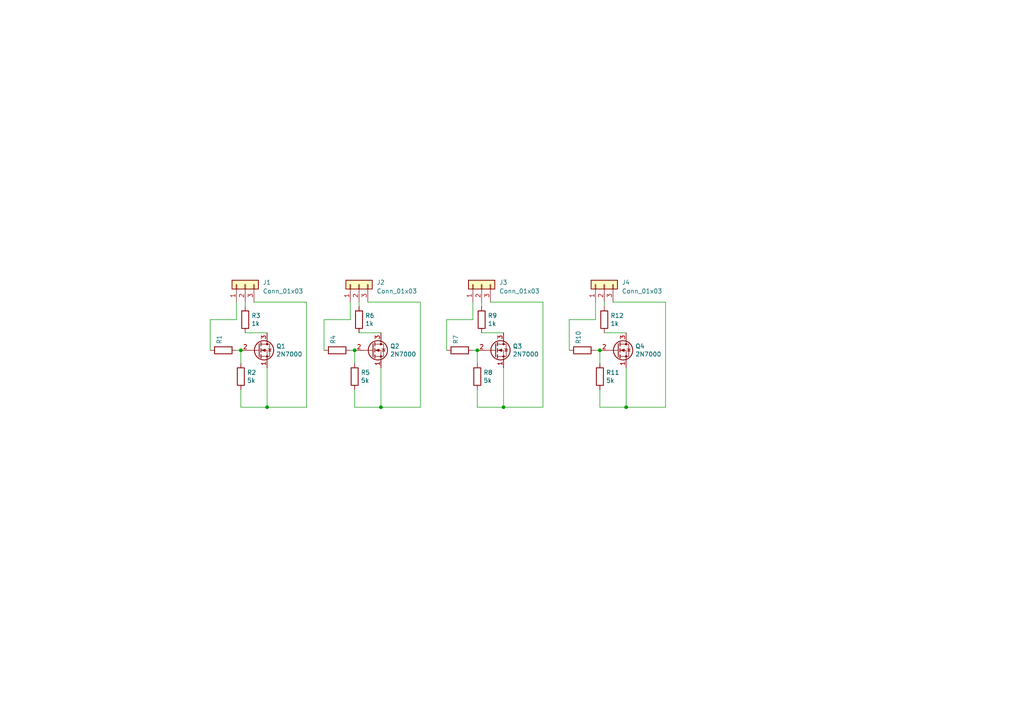
<source format=kicad_sch>
(kicad_sch (version 20230121) (generator eeschema)
  (paper "A4")
  (lib_symbols
    (symbol "Connector_Generic:Conn_01x03" (pin_names (offset 1.016) hide)
      (property "Reference" "J" (at 0 5.08 0))
      (property "Value" "Conn_01x03" (at 0 -5.08 0))
      (symbol "Conn_01x03_1_1"
        (rectangle (start -1.27 -2.413) (end 0 -2.667) (stroke (width 0.1524)))
        (rectangle (start -1.27 0.127) (end 0 -0.127) (stroke (width 0.1524)))
        (rectangle (start -1.27 2.667) (end 0 2.413) (stroke (width 0.1524)))
        (rectangle (start -1.27 3.81) (end 1.27 -3.81) (stroke (width 0.254)) (fill (type background)))
        (pin passive line (at -5.08 2.54 0) (length 3.81) (name "Pin_1") (number "1"))
        (pin passive line (at -5.08 0 0) (length 3.81) (name "Pin_2") (number "2"))
        (pin passive line (at -5.08 -2.54 0) (length 3.81) (name "Pin_3") (number "3"))
      )
    )
    (symbol "Device:R" (pin_numbers hide) (pin_names (offset 0))
      (property "Reference" "R" (at 2.032 0 90))
      (property "Value" "R" (at 0 0 90))
      (symbol "R_0_1"
        (rectangle (start -1.016 -2.54) (end 1.016 2.54) (stroke (width 0.254)))
      )
      (symbol "R_1_1"
        (pin passive line (at 0 3.81 270) (length 1.27) (name "~") (number "1"))
        (pin passive line (at 0 -3.81 90) (length 1.27) (name "~") (number "2"))
      )
    )
    (symbol "Transistor_FET:2N7000" (pin_names hide)
      (property "Reference" "Q" (at 5.08 1.905 0))
      (property "Value" "2N7000" (at 5.08 0 0))
      (symbol "2N7000_0_1"
        (polyline (pts (xy 0.254 0) (xy -2.54 0)))
        (polyline (pts (xy 0.254 1.905) (xy 0.254 -1.905)) (stroke (width 0.254)))
        (polyline (pts (xy 0.762 -1.27) (xy 0.762 -2.286)) (stroke (width 0.254)))
        (polyline (pts (xy 0.762 0.508) (xy 0.762 -0.508)) (stroke (width 0.254)))
        (polyline (pts (xy 0.762 2.286) (xy 0.762 1.27)) (stroke (width 0.254)))
        (polyline (pts (xy 2.54 2.54) (xy 2.54 1.778)))
        (polyline (pts (xy 2.54 -2.54) (xy 2.54 0) (xy 0.762 0)))
        (polyline (pts (xy 0.762 -1.778) (xy 3.302 -1.778) (xy 3.302 1.778) (xy 0.762 1.778)))
        (polyline (pts (xy 1.016 0) (xy 2.032 0.381) (xy 2.032 -0.381) (xy 1.016 0)) (fill (type outline)))
        (polyline (pts (xy 2.794 0.508) (xy 2.921 0.381) (xy 3.683 0.381) (xy 3.81 0.254)))
        (polyline (pts (xy 3.302 0.381) (xy 2.921 -0.254) (xy 3.683 -0.254) (xy 3.302 0.381)))
        (circle (center 1.651 0) (radius 2.794) (stroke (width 0.254)))
        (circle (center 2.54 -1.778) (radius 0.254) (fill (type outline)))
        (circle (center 2.54 1.778) (radius 0.254) (fill (type outline)))
      )
      (symbol "2N7000_1_1"
        (pin passive line (at 2.54 -5.08 90) (length 2.54) (name "S") (number "1"))
        (pin input line (at -5.08 0 0) (length 2.54) (name "G") (number "2"))
        (pin passive line (at 2.54 5.08 270) (length 2.54) (name "D") (number "3"))
      )
    )
  )
  (junction (at 146.05 118.11))
  (junction (at 110.49 118.11))
  (junction (at 138.43 101.6))
  (junction (at 102.87 101.6))
  (junction (at 77.47 118.11))
  (junction (at 173.99 101.6))
  (junction (at 181.61 118.11))
  (junction (at 69.85 101.6))
  (wire (pts (xy 138.43 105.41) (xy 138.43 101.6)))
  (wire (pts (xy 60.96 92.71) (xy 60.96 101.6)))
  (wire (pts (xy 101.6 92.71) (xy 93.98 92.71)))
  (wire (pts (xy 68.58 92.71) (xy 60.96 92.71)))
  (wire (pts (xy 71.12 96.52) (xy 77.47 96.52)))
  (wire (pts (xy 102.87 118.11) (xy 110.49 118.11)))
  (wire (pts (xy 138.43 118.11) (xy 146.05 118.11)))
  (wire (pts (xy 177.8 87.63) (xy 193.04 87.63)))
  (wire (pts (xy 110.49 106.68) (xy 110.49 118.11)))
  (wire (pts (xy 71.12 87.63) (xy 71.12 88.9)))
  (wire (pts (xy 137.16 92.71) (xy 129.54 92.71)))
  (wire (pts (xy 138.43 113.03) (xy 138.43 118.11)))
  (wire (pts (xy 104.14 96.52) (xy 110.49 96.52)))
  (wire (pts (xy 69.85 113.03) (xy 69.85 118.11)))
  (wire (pts (xy 101.6 101.6) (xy 102.87 101.6)))
  (wire (pts (xy 106.68 87.63) (xy 121.92 87.63)))
  (wire (pts (xy 88.9 87.63) (xy 88.9 118.11)))
  (wire (pts (xy 172.72 87.63) (xy 172.72 92.71)))
  (wire (pts (xy 137.16 101.6) (xy 138.43 101.6)))
  (wire (pts (xy 139.7 96.52) (xy 146.05 96.52)))
  (wire (pts (xy 139.7 87.63) (xy 139.7 88.9)))
  (wire (pts (xy 175.26 87.63) (xy 175.26 88.9)))
  (wire (pts (xy 69.85 118.11) (xy 77.47 118.11)))
  (wire (pts (xy 101.6 87.63) (xy 101.6 92.71)))
  (wire (pts (xy 172.72 101.6) (xy 173.99 101.6)))
  (wire (pts (xy 181.61 106.68) (xy 181.61 118.11)))
  (wire (pts (xy 77.47 106.68) (xy 77.47 118.11)))
  (wire (pts (xy 93.98 92.71) (xy 93.98 101.6)))
  (wire (pts (xy 146.05 106.68) (xy 146.05 118.11)))
  (wire (pts (xy 172.72 92.71) (xy 165.1 92.71)))
  (wire (pts (xy 173.99 105.41) (xy 173.99 101.6)))
  (wire (pts (xy 121.92 118.11) (xy 110.49 118.11)))
  (wire (pts (xy 121.92 87.63) (xy 121.92 118.11)))
  (wire (pts (xy 104.14 87.63) (xy 104.14 88.9)))
  (wire (pts (xy 68.58 87.63) (xy 68.58 92.71)))
  (wire (pts (xy 88.9 118.11) (xy 77.47 118.11)))
  (wire (pts (xy 157.48 118.11) (xy 146.05 118.11)))
  (wire (pts (xy 68.58 101.6) (xy 69.85 101.6)))
  (wire (pts (xy 137.16 87.63) (xy 137.16 92.71)))
  (wire (pts (xy 142.24 87.63) (xy 157.48 87.63)))
  (wire (pts (xy 165.1 92.71) (xy 165.1 101.6)))
  (wire (pts (xy 173.99 118.11) (xy 181.61 118.11)))
  (wire (pts (xy 173.99 113.03) (xy 173.99 118.11)))
  (wire (pts (xy 193.04 118.11) (xy 181.61 118.11)))
  (wire (pts (xy 129.54 92.71) (xy 129.54 101.6)))
  (wire (pts (xy 193.04 87.63) (xy 193.04 118.11)))
  (wire (pts (xy 102.87 105.41) (xy 102.87 101.6)))
  (wire (pts (xy 175.26 96.52) (xy 181.61 96.52)))
  (wire (pts (xy 157.48 87.63) (xy 157.48 118.11)))
  (wire (pts (xy 73.66 87.63) (xy 88.9 87.63)))
  (wire (pts (xy 69.85 105.41) (xy 69.85 101.6)))
  (wire (pts (xy 102.87 113.03) (xy 102.87 118.11)))
  (symbol (lib_id "Device:R") (at 133.35 101.6 90) (unit 1)
    (property "Reference" "R7" (at 132.1816 99.822 0) (effects (justify left)))
    (property "Value" "470" (effects hide))
    (property "Footprint" "Resistor_THT:R_Axial_DIN0207_L6.3mm_D2.5mm_P2.54mm_Vertical" (effects hide))
  )
  (symbol (lib_id "Device:R") (at 64.77 101.6 90) (unit 1)
    (property "Reference" "R1" (at 63.6016 99.822 0) (effects (justify left)))
    (property "Value" "470" (effects hide))
    (property "Footprint" "Resistor_THT:R_Axial_DIN0207_L6.3mm_D2.5mm_P2.54mm_Vertical" (effects hide))
  )
  (symbol (lib_id "Device:R") (at 104.14 92.71 0) (unit 1)
    (property "Reference" "R6" (at 105.918 91.5416 0) (effects (justify left)))
    (property "Value" "1k" (at 105.918 93.853 0) (effects (justify left)))
    (property "Footprint" "Resistor_THT:R_Axial_DIN0207_L6.3mm_D2.5mm_P2.54mm_Vertical" (effects hide))
  )
  (symbol (lib_id "Connector_Generic:Conn_01x03") (at 104.14 82.55 90) (unit 1)
    (property "Reference" "J2" (at 109.22 81.915 90) (effects (justify right)))
    (property "Value" "Conn_01x03" (at 109.22 84.455 90) (effects (justify right)))
    (property "Footprint" "Connector_PinSocket_2.54mm:PinSocket_1x03_P2.54mm_Vertical" (effects hide))
  )
  (symbol (lib_id "Connector_Generic:Conn_01x03") (at 71.12 82.55 90) (unit 1)
    (property "Reference" "J1" (at 76.2 81.915 90) (effects (justify right)))
    (property "Value" "Conn_01x03" (at 76.2 84.455 90) (effects (justify right)))
    (property "Footprint" "Connector_PinSocket_2.54mm:PinSocket_1x03_P2.54mm_Vertical" (effects hide))
  )
  (symbol (lib_id "Connector_Generic:Conn_01x03") (at 175.26 82.55 90) (unit 1)
    (property "Reference" "J4" (at 180.34 81.915 90) (effects (justify right)))
    (property "Value" "Conn_01x03" (at 180.34 84.455 90) (effects (justify right)))
    (property "Footprint" "Connector_PinSocket_2.54mm:PinSocket_1x03_P2.54mm_Vertical" (effects hide))
  )
  (symbol (lib_id "Transistor_FET:2N7000") (at 107.95 101.6 0) (unit 1)
    (property "Reference" "Q2" (at 113.1316 100.4316 0) (effects (justify left)))
    (property "Value" "2N7000" (at 113.1316 102.743 0) (effects (justify left)))
    (property "Footprint" "Package_TO_SOT_THT:TO-92_Inline" (effects hide))
    (property "Datasheet" "https://www.onsemi.com/pub/Collateral/NDS7002A-D.PDF" (effects hide))
  )
  (symbol (lib_id "Transistor_FET:2N7000") (at 74.93 101.6 0) (unit 1)
    (property "Reference" "Q1" (at 80.1116 100.4316 0) (effects (justify left)))
    (property "Value" "2N7000" (at 80.1116 102.743 0) (effects (justify left)))
    (property "Footprint" "Package_TO_SOT_THT:TO-92_Inline" (effects hide))
    (property "Datasheet" "https://www.onsemi.com/pub/Collateral/NDS7002A-D.PDF" (effects hide))
  )
  (symbol (lib_id "Device:R") (at 71.12 92.71 0) (unit 1)
    (property "Reference" "R3" (at 72.898 91.5416 0) (effects (justify left)))
    (property "Value" "1k" (at 72.898 93.853 0) (effects (justify left)))
    (property "Footprint" "Resistor_THT:R_Axial_DIN0207_L6.3mm_D2.5mm_P2.54mm_Vertical" (effects hide))
  )
  (symbol (lib_id "Device:R") (at 175.26 92.71 0) (unit 1)
    (property "Reference" "R12" (at 177.038 91.5416 0) (effects (justify left)))
    (property "Value" "1k" (at 177.038 93.853 0) (effects (justify left)))
    (property "Footprint" "Resistor_THT:R_Axial_DIN0207_L6.3mm_D2.5mm_P2.54mm_Vertical" (effects hide))
  )
  (symbol (lib_id "Device:R") (at 138.43 109.22 0) (unit 1)
    (property "Reference" "R8" (at 140.208 108.0516 0) (effects (justify left)))
    (property "Value" "5k" (at 140.208 110.363 0) (effects (justify left)))
    (property "Footprint" "Resistor_THT:R_Axial_DIN0207_L6.3mm_D2.5mm_P2.54mm_Vertical" (effects hide))
  )
  (symbol (lib_id "Device:R") (at 139.7 92.71 0) (unit 1)
    (property "Reference" "R9" (at 141.478 91.5416 0) (effects (justify left)))
    (property "Value" "1k" (at 141.478 93.853 0) (effects (justify left)))
    (property "Footprint" "Resistor_THT:R_Axial_DIN0207_L6.3mm_D2.5mm_P2.54mm_Vertical" (effects hide))
  )
  (symbol (lib_id "Device:R") (at 102.87 109.22 0) (unit 1)
    (property "Reference" "R5" (at 104.648 108.0516 0) (effects (justify left)))
    (property "Value" "5k" (at 104.648 110.363 0) (effects (justify left)))
    (property "Footprint" "Resistor_THT:R_Axial_DIN0207_L6.3mm_D2.5mm_P2.54mm_Vertical" (effects hide))
  )
  (symbol (lib_id "Connector_Generic:Conn_01x03") (at 139.7 82.55 90) (unit 1)
    (property "Reference" "J3" (at 144.78 81.915 90) (effects (justify right)))
    (property "Value" "Conn_01x03" (at 144.78 84.455 90) (effects (justify right)))
    (property "Footprint" "Connector_PinSocket_2.54mm:PinSocket_1x03_P2.54mm_Vertical" (effects hide))
  )
  (symbol (lib_id "Transistor_FET:2N7000") (at 143.51 101.6 0) (unit 1)
    (property "Reference" "Q3" (at 148.6916 100.4316 0) (effects (justify left)))
    (property "Value" "2N7000" (at 148.6916 102.743 0) (effects (justify left)))
    (property "Footprint" "Package_TO_SOT_THT:TO-92_Inline" (effects hide))
    (property "Datasheet" "https://www.onsemi.com/pub/Collateral/NDS7002A-D.PDF" (effects hide))
  )
  (symbol (lib_id "Device:R") (at 69.85 109.22 0) (unit 1)
    (property "Reference" "R2" (at 71.628 108.0516 0) (effects (justify left)))
    (property "Value" "5k" (at 71.628 110.363 0) (effects (justify left)))
    (property "Footprint" "Resistor_THT:R_Axial_DIN0207_L6.3mm_D2.5mm_P2.54mm_Vertical" (effects hide))
  )
  (symbol (lib_id "Device:R") (at 97.79 101.6 90) (unit 1)
    (property "Reference" "R4" (at 96.6216 99.822 0) (effects (justify left)))
    (property "Value" "470" (effects hide))
    (property "Footprint" "Resistor_THT:R_Axial_DIN0207_L6.3mm_D2.5mm_P2.54mm_Vertical" (effects hide))
  )
  (symbol (lib_id "Device:R") (at 173.99 109.22 0) (unit 1)
    (property "Reference" "R11" (at 175.768 108.0516 0) (effects (justify left)))
    (property "Value" "5k" (at 175.768 110.363 0) (effects (justify left)))
    (property "Footprint" "Resistor_THT:R_Axial_DIN0207_L6.3mm_D2.5mm_P2.54mm_Vertical" (effects hide))
  )
  (symbol (lib_id "Transistor_FET:2N7000") (at 179.07 101.6 0) (unit 1)
    (property "Reference" "Q4" (at 184.2516 100.4316 0) (effects (justify left)))
    (property "Value" "2N7000" (at 184.2516 102.743 0) (effects (justify left)))
    (property "Footprint" "Package_TO_SOT_THT:TO-92_Inline" (effects hide))
    (property "Datasheet" "https://www.onsemi.com/pub/Collateral/NDS7002A-D.PDF" (effects hide))
  )
  (symbol (lib_id "Device:R") (at 168.91 101.6 90) (unit 1)
    (property "Reference" "R10" (at 167.7416 99.822 0) (effects (justify left)))
    (property "Value" "470" (effects hide))
    (property "Footprint" "Resistor_THT:R_Axial_DIN0207_L6.3mm_D2.5mm_P2.54mm_Vertical" (effects hide))
  )
)
</source>
